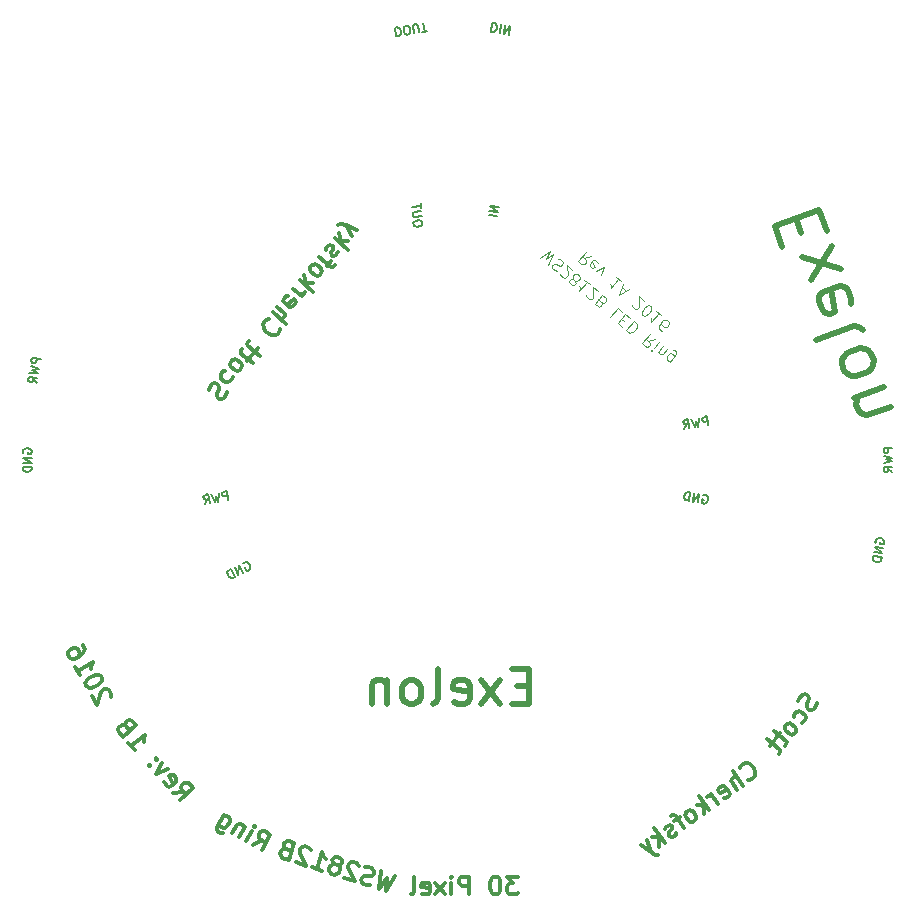
<source format=gbo>
G04 #@! TF.FileFunction,Legend,Bot*
%FSLAX46Y46*%
G04 Gerber Fmt 4.6, Leading zero omitted, Abs format (unit mm)*
G04 Created by KiCad (PCBNEW 4.0.1-stable) date 2/5/2016 11:19:16 AM*
%MOMM*%
G01*
G04 APERTURE LIST*
%ADD10C,0.100000*%
%ADD11C,0.500000*%
%ADD12C,0.300000*%
%ADD13C,0.150000*%
G04 APERTURE END LIST*
D10*
D11*
X180002195Y-75044728D02*
X180458222Y-76297651D01*
X182622542Y-76118005D02*
X181971075Y-74328114D01*
X178212305Y-75696195D01*
X178863772Y-77486086D01*
X183078569Y-77370929D02*
X181289335Y-80251863D01*
X180572722Y-78282983D02*
X183795183Y-79339809D01*
X184658541Y-82268780D02*
X184707236Y-81845655D01*
X184446649Y-81129699D01*
X184137367Y-80836868D01*
X183714242Y-80788172D01*
X182282330Y-81309346D01*
X181989498Y-81618628D01*
X181940802Y-82041753D01*
X182201389Y-82757709D01*
X182510671Y-83050540D01*
X182933797Y-83099237D01*
X183291775Y-82968943D01*
X182998285Y-81048759D01*
X185684437Y-84530492D02*
X185375154Y-84237659D01*
X184952029Y-84188964D01*
X181730226Y-85361605D01*
X186401050Y-86499371D02*
X186091768Y-86206539D01*
X185847631Y-86092697D01*
X185424507Y-86044002D01*
X184350573Y-86434882D01*
X184057741Y-86744164D01*
X183943898Y-86988300D01*
X183895203Y-87411425D01*
X184090643Y-87948392D01*
X184399925Y-88241223D01*
X184644062Y-88355066D01*
X185067186Y-88403761D01*
X186141120Y-88012881D01*
X186433952Y-87703599D01*
X186547794Y-87459462D01*
X186596490Y-87036338D01*
X186401050Y-86499371D01*
X184937550Y-90275250D02*
X187443397Y-89363196D01*
X185295529Y-90144957D02*
X185181686Y-90389092D01*
X185132990Y-90812218D01*
X185328430Y-91349184D01*
X185637712Y-91642016D01*
X186060838Y-91690712D01*
X188029718Y-90974098D01*
D12*
X122013374Y-115537636D02*
X122039519Y-115440063D01*
X122029949Y-115280630D01*
X121851378Y-114971335D01*
X121718090Y-114883332D01*
X121620516Y-114857187D01*
X121461084Y-114866757D01*
X121337367Y-114938186D01*
X121187504Y-115107187D01*
X120873768Y-116278066D01*
X120409483Y-115473900D01*
X121244235Y-113919734D02*
X121172807Y-113796016D01*
X121039519Y-113708013D01*
X120941945Y-113681868D01*
X120782513Y-113691437D01*
X120499363Y-113772436D01*
X120190068Y-113951007D01*
X119978347Y-114155723D01*
X119890344Y-114289010D01*
X119864199Y-114386584D01*
X119873769Y-114546016D01*
X119945197Y-114669734D01*
X120078484Y-114757738D01*
X120176058Y-114783882D01*
X120335490Y-114774312D01*
X120618640Y-114693315D01*
X120927935Y-114514743D01*
X121139656Y-114310027D01*
X121227660Y-114176740D01*
X121253805Y-114079166D01*
X121244235Y-113919734D01*
X118980912Y-112999542D02*
X119409483Y-113741850D01*
X119195197Y-113370696D02*
X120494235Y-112620696D01*
X120380087Y-112851556D01*
X120327798Y-113046704D01*
X120337367Y-113206136D01*
X119637093Y-111136081D02*
X119779950Y-111383517D01*
X119789519Y-111542949D01*
X119763374Y-111640523D01*
X119649226Y-111871383D01*
X119437505Y-112076100D01*
X118942633Y-112361814D01*
X118783201Y-112371383D01*
X118685628Y-112345239D01*
X118552340Y-112257235D01*
X118409483Y-112009799D01*
X118399913Y-111850367D01*
X118426058Y-111752793D01*
X118514062Y-111619507D01*
X118823357Y-111440935D01*
X118982789Y-111431365D01*
X119080362Y-111457510D01*
X119213649Y-111545514D01*
X119356506Y-111792949D01*
X119366076Y-111952382D01*
X119339932Y-112049955D01*
X119251928Y-112183243D01*
X175985502Y-122569437D02*
X176085274Y-122585240D01*
X176300620Y-122517072D01*
X176416193Y-122433103D01*
X176547569Y-122249363D01*
X176579174Y-122049819D01*
X176552992Y-121892261D01*
X176442840Y-121619128D01*
X176316886Y-121445768D01*
X176091160Y-121256604D01*
X175949404Y-121183015D01*
X175749860Y-121151411D01*
X175534515Y-121219577D01*
X175418942Y-121303547D01*
X175287566Y-121487288D01*
X175271763Y-121587060D01*
X175549389Y-123062873D02*
X174667711Y-121849348D01*
X175029307Y-123440735D02*
X174567476Y-122805079D01*
X174541294Y-122647520D01*
X174614883Y-122505764D01*
X174788243Y-122379810D01*
X174945802Y-122353628D01*
X175045574Y-122369431D01*
X173947158Y-124138672D02*
X174104716Y-124112489D01*
X174335863Y-123944551D01*
X174409453Y-123802795D01*
X174383271Y-123645237D01*
X174047393Y-123182941D01*
X173905637Y-123109352D01*
X173748078Y-123135534D01*
X173516931Y-123303472D01*
X173443342Y-123445229D01*
X173469524Y-123602788D01*
X173553493Y-123718361D01*
X174215332Y-123414088D01*
X173411273Y-124616305D02*
X172823487Y-123807288D01*
X172991427Y-124038437D02*
X172849671Y-123964847D01*
X172749899Y-123949045D01*
X172592340Y-123975227D01*
X172476766Y-124059196D01*
X172660043Y-125162106D02*
X171778365Y-123948580D01*
X172208592Y-124783780D02*
X172197748Y-125497983D01*
X171609963Y-124688966D02*
X172408135Y-124815385D01*
X171504304Y-126001799D02*
X171577894Y-125860043D01*
X171593696Y-125760271D01*
X171567514Y-125602713D01*
X171315606Y-125255992D01*
X171173850Y-125182403D01*
X171074078Y-125166600D01*
X170916519Y-125192782D01*
X170743159Y-125318736D01*
X170669570Y-125460492D01*
X170653767Y-125560265D01*
X170679949Y-125717823D01*
X170931857Y-126064544D01*
X171073614Y-126138133D01*
X171173386Y-126153936D01*
X171330944Y-126127753D01*
X171504304Y-126001799D01*
X170165289Y-125738583D02*
X169702993Y-126074460D01*
X170579713Y-126673554D02*
X169823990Y-125633389D01*
X169682234Y-125559800D01*
X169524674Y-125585982D01*
X169409101Y-125669952D01*
X169902073Y-127077598D02*
X169828484Y-127219354D01*
X169597335Y-127387293D01*
X169439777Y-127413476D01*
X169298021Y-127339887D01*
X169256037Y-127282099D01*
X169229854Y-127124541D01*
X169303443Y-126982785D01*
X169476804Y-126856831D01*
X169550393Y-126715075D01*
X169524211Y-126557516D01*
X169482226Y-126499729D01*
X169340470Y-126426140D01*
X169182911Y-126452322D01*
X169009550Y-126578276D01*
X168935961Y-126720033D01*
X168903892Y-127891109D02*
X168022214Y-126677584D01*
X168452441Y-127512784D02*
X168441597Y-128226986D01*
X167853812Y-127417969D02*
X168651984Y-127544388D01*
X167449302Y-127711862D02*
X167748153Y-128730803D01*
X166871434Y-128131709D02*
X167748153Y-128730803D01*
X168073651Y-128935768D01*
X168173422Y-128951571D01*
X168330980Y-128925388D01*
X181813553Y-116089338D02*
X181737911Y-116302173D01*
X181518032Y-116583605D01*
X181373794Y-116652203D01*
X181273531Y-116664514D01*
X181116983Y-116632848D01*
X181004410Y-116544897D01*
X180935813Y-116400659D01*
X180923502Y-116300396D01*
X180955168Y-116143848D01*
X181074784Y-115874726D01*
X181106450Y-115718177D01*
X181094139Y-115617915D01*
X181025542Y-115473676D01*
X180912969Y-115385725D01*
X180756420Y-115354060D01*
X180656158Y-115366370D01*
X180511919Y-115434968D01*
X180292040Y-115716399D01*
X180216400Y-115929235D01*
X180494278Y-117777932D02*
X180638516Y-117709335D01*
X180814419Y-117484189D01*
X180846085Y-117327640D01*
X180833774Y-117227378D01*
X180765177Y-117083140D01*
X180427458Y-116819285D01*
X180270909Y-116787620D01*
X180170647Y-116799930D01*
X180026408Y-116868528D01*
X179850505Y-117093673D01*
X179818840Y-117250222D01*
X180022854Y-118497346D02*
X180054520Y-118340796D01*
X180042209Y-118240534D01*
X179973612Y-118096296D01*
X179635894Y-117832441D01*
X179479345Y-117800777D01*
X179379083Y-117813087D01*
X179234844Y-117881684D01*
X179102917Y-118050543D01*
X179071252Y-118207092D01*
X179083563Y-118307355D01*
X179152159Y-118451593D01*
X179489878Y-118715448D01*
X179646427Y-118747113D01*
X179746690Y-118734802D01*
X179890927Y-118666204D01*
X180022854Y-118497346D01*
X178663158Y-118613408D02*
X178311351Y-119063700D01*
X178137225Y-118474437D02*
X179150382Y-119266002D01*
X179218980Y-119410240D01*
X179187314Y-119566789D01*
X179099362Y-119679362D01*
X178135448Y-119288846D02*
X177783641Y-119739138D01*
X177609515Y-119149875D02*
X178622672Y-119941440D01*
X178691270Y-120085678D01*
X178659604Y-120242227D01*
X178571652Y-120354800D01*
X127298705Y-123679650D02*
X128164087Y-123573272D01*
X127872245Y-124316631D02*
X128986962Y-123312935D01*
X128604603Y-122888282D01*
X128455930Y-122829913D01*
X128355053Y-122824627D01*
X128201094Y-122867135D01*
X128041849Y-123010519D01*
X127983481Y-123159192D01*
X127978194Y-123260068D01*
X128020702Y-123414027D01*
X128403062Y-123838681D01*
X126539271Y-122729466D02*
X126581779Y-122883424D01*
X126772959Y-123095751D01*
X126921631Y-123154119D01*
X127075589Y-123111611D01*
X127500244Y-122729251D01*
X127558612Y-122580579D01*
X127516104Y-122426620D01*
X127324924Y-122214293D01*
X127176252Y-122155925D01*
X127022293Y-122198433D01*
X126916130Y-122294023D01*
X127287917Y-122920431D01*
X126846974Y-121683475D02*
X125864853Y-122087197D01*
X126369024Y-121152658D01*
X125349682Y-121301544D02*
X125248805Y-121296258D01*
X125243518Y-121397134D01*
X125344395Y-121402421D01*
X125349682Y-121301544D01*
X125243518Y-121397134D01*
X125933581Y-120775799D02*
X125832704Y-120770513D01*
X125827417Y-120871389D01*
X125928294Y-120876676D01*
X125933581Y-120775799D01*
X125827417Y-120871389D01*
X123475102Y-119433108D02*
X124048642Y-120070090D01*
X123761872Y-119751599D02*
X124876589Y-118747903D01*
X124812933Y-118997452D01*
X124802361Y-119199206D01*
X124844868Y-119353165D01*
X123294280Y-118058055D02*
X123097813Y-117946605D01*
X122996937Y-117941318D01*
X122842978Y-117983826D01*
X122683733Y-118127211D01*
X122625364Y-118275883D01*
X122620077Y-118376760D01*
X122662586Y-118530719D01*
X123044946Y-118955373D01*
X124159664Y-117951677D01*
X123825098Y-117580104D01*
X123676426Y-117521736D01*
X123575549Y-117516449D01*
X123421591Y-117558958D01*
X123315427Y-117654548D01*
X123257058Y-117803219D01*
X123251772Y-117904097D01*
X123294280Y-118058055D01*
X123628846Y-118429627D01*
X134033246Y-128082660D02*
X134823401Y-127714071D01*
X134775554Y-128511231D02*
X135525554Y-127212193D01*
X135030683Y-126926479D01*
X134871250Y-126916909D01*
X134773677Y-126943055D01*
X134640389Y-127031058D01*
X134533246Y-127216634D01*
X134523677Y-127376067D01*
X134549821Y-127473640D01*
X134637825Y-127606928D01*
X135132696Y-127892642D01*
X133476516Y-127761231D02*
X133976516Y-126895206D01*
X134226516Y-126462193D02*
X134252661Y-126559767D01*
X134155087Y-126585912D01*
X134128943Y-126488338D01*
X134226516Y-126462193D01*
X134155087Y-126585912D01*
X133357926Y-126538063D02*
X132857926Y-127404088D01*
X133286497Y-126661781D02*
X133260353Y-126564208D01*
X133172349Y-126430920D01*
X132986773Y-126323777D01*
X132827340Y-126314208D01*
X132694052Y-126402211D01*
X132301195Y-127082660D01*
X131625875Y-125538063D02*
X131018732Y-126589665D01*
X131009163Y-126749098D01*
X131035307Y-126846671D01*
X131123311Y-126979958D01*
X131308888Y-127087101D01*
X131468320Y-127096671D01*
X131161589Y-126342230D02*
X131249593Y-126475517D01*
X131497029Y-126618374D01*
X131656461Y-126627944D01*
X131754034Y-126601799D01*
X131887322Y-126513796D01*
X132101607Y-126142642D01*
X132111177Y-125983210D01*
X132085033Y-125885637D01*
X131997029Y-125752348D01*
X131749593Y-125609491D01*
X131590161Y-125599922D01*
X146105150Y-130712823D02*
X145301961Y-132029044D01*
X145361321Y-130921765D01*
X144758501Y-131852463D01*
X144882363Y-130315515D01*
X143965382Y-131519659D02*
X143739512Y-131521374D01*
X143399848Y-131411010D01*
X143286056Y-131298933D01*
X143240196Y-131208927D01*
X143216409Y-131050990D01*
X143260554Y-130915125D01*
X143372631Y-130801332D01*
X143462637Y-130755472D01*
X143620575Y-130731685D01*
X143914378Y-130752042D01*
X144072316Y-130728256D01*
X144162321Y-130682395D01*
X144274399Y-130568603D01*
X144318544Y-130432738D01*
X144294757Y-130274800D01*
X144248897Y-130184795D01*
X144135104Y-130072716D01*
X143795442Y-129962353D01*
X143569571Y-129964068D01*
X143004038Y-129855420D02*
X142958178Y-129765414D01*
X142844385Y-129653336D01*
X142504722Y-129542973D01*
X142346784Y-129566761D01*
X142256779Y-129612621D01*
X142144701Y-129726413D01*
X142100556Y-129862278D01*
X142102270Y-130088149D01*
X142652590Y-131168211D01*
X141769467Y-130881267D01*
X141219147Y-129801205D02*
X141377085Y-129777417D01*
X141467090Y-129731557D01*
X141579168Y-129617764D01*
X141601241Y-129549832D01*
X141577453Y-129391895D01*
X141531594Y-129301889D01*
X141417801Y-129189811D01*
X141146070Y-129101520D01*
X140988133Y-129125308D01*
X140898127Y-129171168D01*
X140786049Y-129284961D01*
X140763977Y-129352893D01*
X140787764Y-129510830D01*
X140833624Y-129600836D01*
X140947416Y-129712914D01*
X141219147Y-129801205D01*
X141332940Y-129913282D01*
X141378799Y-130003288D01*
X141402587Y-130161226D01*
X141314297Y-130432956D01*
X141202218Y-130546748D01*
X141112214Y-130592609D01*
X140954275Y-130616395D01*
X140682545Y-130528105D01*
X140568752Y-130416028D01*
X140522892Y-130326022D01*
X140499105Y-130168084D01*
X140587396Y-129896354D01*
X140699473Y-129782561D01*
X140789479Y-129736701D01*
X140947416Y-129712914D01*
X139052163Y-129998362D02*
X139867354Y-130263233D01*
X139459758Y-130130797D02*
X139923284Y-128704213D01*
X139992931Y-128952156D01*
X140084652Y-129132167D01*
X140198444Y-129244245D01*
X138928083Y-128531062D02*
X138882222Y-128441056D01*
X138768430Y-128328978D01*
X138428767Y-128218615D01*
X138270829Y-128242402D01*
X138180823Y-128288263D01*
X138068746Y-128402055D01*
X138024601Y-128537920D01*
X138026315Y-128763791D01*
X138576635Y-129843853D01*
X137693511Y-129556909D01*
X136849389Y-128456488D02*
X136623518Y-128458203D01*
X136533513Y-128504063D01*
X136421435Y-128617855D01*
X136355217Y-128821653D01*
X136379005Y-128979591D01*
X136424864Y-129069597D01*
X136538658Y-129181674D01*
X137082118Y-129358255D01*
X137545643Y-127931670D01*
X137070115Y-127777162D01*
X136912177Y-127800950D01*
X136822172Y-127846810D01*
X136710094Y-127960603D01*
X136665949Y-128096468D01*
X136689736Y-128254405D01*
X136735596Y-128344411D01*
X136849389Y-128456488D01*
X137324917Y-128610997D01*
X156495713Y-130778571D02*
X155567142Y-130778571D01*
X156067142Y-131350000D01*
X155852856Y-131350000D01*
X155709999Y-131421429D01*
X155638570Y-131492857D01*
X155567142Y-131635714D01*
X155567142Y-131992857D01*
X155638570Y-132135714D01*
X155709999Y-132207143D01*
X155852856Y-132278571D01*
X156281428Y-132278571D01*
X156424285Y-132207143D01*
X156495713Y-132135714D01*
X154638571Y-130778571D02*
X154495714Y-130778571D01*
X154352857Y-130850000D01*
X154281428Y-130921429D01*
X154209999Y-131064286D01*
X154138571Y-131350000D01*
X154138571Y-131707143D01*
X154209999Y-131992857D01*
X154281428Y-132135714D01*
X154352857Y-132207143D01*
X154495714Y-132278571D01*
X154638571Y-132278571D01*
X154781428Y-132207143D01*
X154852857Y-132135714D01*
X154924285Y-131992857D01*
X154995714Y-131707143D01*
X154995714Y-131350000D01*
X154924285Y-131064286D01*
X154852857Y-130921429D01*
X154781428Y-130850000D01*
X154638571Y-130778571D01*
X152352857Y-132278571D02*
X152352857Y-130778571D01*
X151781429Y-130778571D01*
X151638571Y-130850000D01*
X151567143Y-130921429D01*
X151495714Y-131064286D01*
X151495714Y-131278571D01*
X151567143Y-131421429D01*
X151638571Y-131492857D01*
X151781429Y-131564286D01*
X152352857Y-131564286D01*
X150852857Y-132278571D02*
X150852857Y-131278571D01*
X150852857Y-130778571D02*
X150924286Y-130850000D01*
X150852857Y-130921429D01*
X150781429Y-130850000D01*
X150852857Y-130778571D01*
X150852857Y-130921429D01*
X150281428Y-132278571D02*
X149495714Y-131278571D01*
X150281428Y-131278571D02*
X149495714Y-132278571D01*
X148352857Y-132207143D02*
X148495714Y-132278571D01*
X148781428Y-132278571D01*
X148924285Y-132207143D01*
X148995714Y-132064286D01*
X148995714Y-131492857D01*
X148924285Y-131350000D01*
X148781428Y-131278571D01*
X148495714Y-131278571D01*
X148352857Y-131350000D01*
X148281428Y-131492857D01*
X148281428Y-131635714D01*
X148995714Y-131778571D01*
X147424285Y-132278571D02*
X147567143Y-132207143D01*
X147638571Y-132064286D01*
X147638571Y-130778571D01*
D13*
X146062488Y-58906030D02*
X146192724Y-59644635D01*
X146368583Y-59613627D01*
X146467897Y-59559850D01*
X146525836Y-59477103D01*
X146548605Y-59400558D01*
X146558970Y-59253670D01*
X146540365Y-59148155D01*
X146480387Y-59013670D01*
X146432811Y-58949528D01*
X146350064Y-58891588D01*
X146238347Y-58875021D01*
X146062488Y-58906030D01*
X147072018Y-59489592D02*
X147212704Y-59464785D01*
X147276846Y-59417211D01*
X147334786Y-59334463D01*
X147345151Y-59187575D01*
X147301739Y-58941373D01*
X147241760Y-58806888D01*
X147159013Y-58748949D01*
X147082468Y-58726180D01*
X146941782Y-58750986D01*
X146877640Y-58798562D01*
X146819699Y-58881309D01*
X146809335Y-59028197D01*
X146852747Y-59274399D01*
X146912725Y-59408884D01*
X146995472Y-59466824D01*
X147072018Y-59489592D01*
X147705107Y-59377961D02*
X147599678Y-58780042D01*
X147622447Y-58703498D01*
X147651417Y-58662125D01*
X147715559Y-58614549D01*
X147856246Y-58589742D01*
X147932790Y-58612511D01*
X147974164Y-58641480D01*
X148021739Y-58705622D01*
X148127168Y-59303541D01*
X148373370Y-59260129D02*
X148795430Y-59185708D01*
X148454164Y-58484313D02*
X148584400Y-59222918D01*
X154322725Y-58492532D02*
X154192489Y-59231137D01*
X154368348Y-59262146D01*
X154480065Y-59245580D01*
X154562811Y-59187639D01*
X154610387Y-59123498D01*
X154670365Y-58989013D01*
X154688970Y-58883498D01*
X154678606Y-58736610D01*
X154655837Y-58660064D01*
X154597897Y-58577318D01*
X154498584Y-58523540D01*
X154322725Y-58492532D01*
X155061331Y-58622768D02*
X154931095Y-59361373D01*
X155413048Y-58684785D02*
X155282812Y-59423391D01*
X155835109Y-58759206D01*
X155704873Y-59497811D01*
X116077780Y-86984109D02*
X115339174Y-86853873D01*
X115289560Y-87135247D01*
X115312328Y-87211791D01*
X115341298Y-87253165D01*
X115405440Y-87300740D01*
X115510955Y-87319346D01*
X115587500Y-87296578D01*
X115628874Y-87267607D01*
X115676449Y-87203466D01*
X115726062Y-86922091D01*
X115221341Y-87522135D02*
X115928938Y-87828230D01*
X115376555Y-87875890D01*
X115879324Y-88109604D01*
X115109710Y-88155226D01*
X115724281Y-88988897D02*
X115415976Y-88680677D01*
X115798702Y-88566836D02*
X115060096Y-88436599D01*
X115010483Y-88717974D01*
X115033251Y-88794518D01*
X115062220Y-88835892D01*
X115126362Y-88883467D01*
X115231878Y-88902072D01*
X115308422Y-88879304D01*
X115349796Y-88850334D01*
X115397371Y-88786193D01*
X115446985Y-88504818D01*
X114585000Y-94938572D02*
X114549286Y-94867143D01*
X114549286Y-94760000D01*
X114585000Y-94652857D01*
X114656429Y-94581429D01*
X114727857Y-94545714D01*
X114870714Y-94510000D01*
X114977857Y-94510000D01*
X115120714Y-94545714D01*
X115192143Y-94581429D01*
X115263571Y-94652857D01*
X115299286Y-94760000D01*
X115299286Y-94831429D01*
X115263571Y-94938572D01*
X115227857Y-94974286D01*
X114977857Y-94974286D01*
X114977857Y-94831429D01*
X115299286Y-95295714D02*
X114549286Y-95295714D01*
X115299286Y-95724286D01*
X114549286Y-95724286D01*
X115299286Y-96081428D02*
X114549286Y-96081428D01*
X114549286Y-96260000D01*
X114585000Y-96367143D01*
X114656429Y-96438571D01*
X114727857Y-96474286D01*
X114870714Y-96510000D01*
X114977857Y-96510000D01*
X115120714Y-96474286D01*
X115192143Y-96438571D01*
X115263571Y-96367143D01*
X115299286Y-96260000D01*
X115299286Y-96081428D01*
X186769925Y-102502135D02*
X186747157Y-102425590D01*
X186765762Y-102320074D01*
X186819538Y-102220761D01*
X186902286Y-102162822D01*
X186978830Y-102140052D01*
X187125719Y-102129688D01*
X187231234Y-102148293D01*
X187365719Y-102208271D01*
X187429861Y-102255847D01*
X187487800Y-102338593D01*
X187504368Y-102450311D01*
X187491964Y-102520654D01*
X187438187Y-102619968D01*
X187396813Y-102648938D01*
X187150611Y-102605526D01*
X187175418Y-102464839D01*
X187411342Y-102977886D02*
X186672736Y-102847650D01*
X187336921Y-103399947D01*
X186598315Y-103269711D01*
X187274904Y-103751663D02*
X186536298Y-103621427D01*
X186505290Y-103797286D01*
X186521856Y-103909003D01*
X186579796Y-103991749D01*
X186643937Y-104039325D01*
X186778422Y-104099303D01*
X186883938Y-104117909D01*
X187030826Y-104107544D01*
X187107372Y-104084775D01*
X187190118Y-104026836D01*
X187243895Y-103927522D01*
X187274904Y-103751663D01*
X188189286Y-94450000D02*
X187439286Y-94450000D01*
X187439286Y-94735715D01*
X187475000Y-94807143D01*
X187510714Y-94842858D01*
X187582143Y-94878572D01*
X187689286Y-94878572D01*
X187760714Y-94842858D01*
X187796429Y-94807143D01*
X187832143Y-94735715D01*
X187832143Y-94450000D01*
X187439286Y-95128572D02*
X188189286Y-95307143D01*
X187653571Y-95450000D01*
X188189286Y-95592858D01*
X187439286Y-95771429D01*
X188189286Y-96485715D02*
X187832143Y-96235715D01*
X188189286Y-96057143D02*
X187439286Y-96057143D01*
X187439286Y-96342858D01*
X187475000Y-96414286D01*
X187510714Y-96450001D01*
X187582143Y-96485715D01*
X187689286Y-96485715D01*
X187760714Y-96450001D01*
X187796429Y-96414286D01*
X187832143Y-96342858D01*
X187832143Y-96057143D01*
D10*
X162641889Y-78246392D02*
X162080451Y-78396912D01*
X162204149Y-77879084D02*
X161561362Y-78645129D01*
X161853189Y-78890001D01*
X161956754Y-78914740D01*
X162023841Y-78908871D01*
X162121537Y-78866523D01*
X162213364Y-78757088D01*
X162238104Y-78653523D01*
X162232234Y-78586436D01*
X162189887Y-78488740D01*
X161898060Y-78243868D01*
X163231412Y-78803222D02*
X163189064Y-78705526D01*
X163043150Y-78583090D01*
X162939585Y-78558350D01*
X162841889Y-78600698D01*
X162597017Y-78892525D01*
X162572277Y-78996090D01*
X162614625Y-79093786D01*
X162760539Y-79216223D01*
X162864104Y-79240962D01*
X162961800Y-79198615D01*
X163023019Y-79125657D01*
X162719453Y-78746611D01*
X163125322Y-79522312D02*
X163736238Y-79164660D01*
X163490105Y-79828401D01*
X165195371Y-80389018D02*
X164757631Y-80021710D01*
X164976501Y-80205364D02*
X164333713Y-80971408D01*
X164352583Y-80800755D01*
X164340845Y-80666581D01*
X164298497Y-80568885D01*
X165303544Y-80852759D02*
X165668328Y-81158848D01*
X165414241Y-80572671D02*
X165026801Y-81552978D01*
X165924938Y-81001196D01*
X166145890Y-82367681D02*
X166151760Y-82434768D01*
X166194107Y-82532464D01*
X166376500Y-82685509D01*
X166480065Y-82710249D01*
X166547152Y-82704379D01*
X166644848Y-82662032D01*
X166706066Y-82589075D01*
X166761414Y-82449032D01*
X166690982Y-81643984D01*
X167165200Y-82041900D01*
X166996630Y-83205861D02*
X167069587Y-83267079D01*
X167173153Y-83291819D01*
X167240240Y-83285949D01*
X167337936Y-83243602D01*
X167496850Y-83128297D01*
X167649895Y-82945905D01*
X167735853Y-82769383D01*
X167760592Y-82665818D01*
X167754723Y-82598731D01*
X167712375Y-82501035D01*
X167639418Y-82439816D01*
X167535852Y-82415077D01*
X167468765Y-82420946D01*
X167371069Y-82463294D01*
X167212155Y-82578598D01*
X167059110Y-82760990D01*
X166973153Y-82937512D01*
X166948413Y-83041077D01*
X166954282Y-83108165D01*
X166996630Y-83205861D01*
X168624333Y-83266258D02*
X168186593Y-82898950D01*
X168405462Y-83082604D02*
X167762675Y-83848648D01*
X167781545Y-83677996D01*
X167769806Y-83543821D01*
X167727458Y-83446125D01*
X168638155Y-84583263D02*
X168492241Y-84460827D01*
X168449893Y-84363131D01*
X168444024Y-84296044D01*
X168462894Y-84125391D01*
X168548851Y-83948869D01*
X168793723Y-83657042D01*
X168891419Y-83614695D01*
X168958506Y-83608825D01*
X169062072Y-83633565D01*
X169207986Y-83756001D01*
X169250333Y-83853697D01*
X169256203Y-83920784D01*
X169231463Y-84024350D01*
X169078419Y-84206741D01*
X168980722Y-84249089D01*
X168913635Y-84254959D01*
X168810069Y-84230219D01*
X168664155Y-84107783D01*
X168621808Y-84010087D01*
X168615938Y-83943000D01*
X168640679Y-83839433D01*
X158370968Y-78414074D02*
X159196147Y-77801074D01*
X158882927Y-78470685D01*
X159487974Y-78045945D01*
X159027578Y-78965034D01*
X159895105Y-78449731D02*
X160035148Y-78505079D01*
X160217540Y-78658124D01*
X160259888Y-78755820D01*
X160265757Y-78822907D01*
X160241018Y-78926473D01*
X160179800Y-78999429D01*
X160082104Y-79041777D01*
X160015017Y-79047646D01*
X159911451Y-79022908D01*
X159734928Y-78936950D01*
X159631363Y-78912210D01*
X159564275Y-78918080D01*
X159466579Y-78960427D01*
X159405362Y-79033384D01*
X159380622Y-79136949D01*
X159386491Y-79204036D01*
X159428839Y-79301732D01*
X159611231Y-79454778D01*
X159751275Y-79510126D01*
X160073710Y-79718519D02*
X160079579Y-79785606D01*
X160121927Y-79883302D01*
X160304319Y-80036347D01*
X160407884Y-80061087D01*
X160474972Y-80055218D01*
X160572668Y-80012870D01*
X160633886Y-79939913D01*
X160689234Y-79799870D01*
X160618801Y-78994822D01*
X161093020Y-79392739D01*
X161163451Y-80197785D02*
X161059886Y-80173046D01*
X160992799Y-80178915D01*
X160895103Y-80221263D01*
X160864494Y-80257741D01*
X160839754Y-80361307D01*
X160845624Y-80428394D01*
X160887971Y-80526090D01*
X161033885Y-80648526D01*
X161137451Y-80673266D01*
X161204538Y-80667396D01*
X161302234Y-80625049D01*
X161332843Y-80588570D01*
X161357582Y-80485005D01*
X161351713Y-80417918D01*
X161309365Y-80320222D01*
X161163451Y-80197785D01*
X161121104Y-80100089D01*
X161115234Y-80033002D01*
X161139975Y-79929436D01*
X161262410Y-79783523D01*
X161360106Y-79741175D01*
X161427194Y-79735306D01*
X161530759Y-79760045D01*
X161676673Y-79882482D01*
X161719020Y-79980178D01*
X161724890Y-80047265D01*
X161700150Y-80150830D01*
X161577715Y-80296743D01*
X161480018Y-80339092D01*
X161412931Y-80344961D01*
X161309365Y-80320222D01*
X162552152Y-80617096D02*
X162114412Y-80249788D01*
X162333282Y-80433442D02*
X161690494Y-81199486D01*
X161709364Y-81028834D01*
X161697626Y-80894659D01*
X161655278Y-80796963D01*
X162262408Y-81555055D02*
X162268278Y-81622142D01*
X162310625Y-81719838D01*
X162493018Y-81872883D01*
X162596583Y-81897623D01*
X162663670Y-81891754D01*
X162761366Y-81849406D01*
X162822584Y-81776449D01*
X162877932Y-81636406D01*
X162807500Y-80831358D01*
X163281718Y-81229275D01*
X163528673Y-82120279D02*
X163668716Y-82175628D01*
X163735804Y-82169758D01*
X163833500Y-82127410D01*
X163925327Y-82017975D01*
X163950067Y-81914410D01*
X163944197Y-81847323D01*
X163901850Y-81749627D01*
X163610023Y-81504755D01*
X162967235Y-82270799D01*
X163222584Y-82485062D01*
X163326149Y-82509802D01*
X163393236Y-82503932D01*
X163490932Y-82461585D01*
X163552150Y-82388628D01*
X163576890Y-82285063D01*
X163571020Y-82217976D01*
X163528673Y-82120279D01*
X163273324Y-81906017D01*
X165324504Y-82943375D02*
X164959720Y-82637285D01*
X164316933Y-83403330D01*
X165243153Y-83558899D02*
X165498502Y-83773162D01*
X165944635Y-83463727D02*
X165579852Y-83157637D01*
X164937064Y-83923682D01*
X165301847Y-84229772D01*
X166272939Y-83739207D02*
X165630152Y-84505252D01*
X165812543Y-84658296D01*
X165952588Y-84713645D01*
X166086762Y-84701907D01*
X166184458Y-84659559D01*
X166343372Y-84544255D01*
X166435199Y-84434819D01*
X166521157Y-84258297D01*
X166545896Y-84154732D01*
X166534157Y-84020557D01*
X166455331Y-83892252D01*
X166272939Y-83739207D01*
X168060377Y-85239045D02*
X167498939Y-85389566D01*
X167622637Y-84871738D02*
X166979849Y-85637782D01*
X167271676Y-85882654D01*
X167375242Y-85907394D01*
X167442329Y-85901524D01*
X167540025Y-85859177D01*
X167631852Y-85749742D01*
X167656591Y-85646177D01*
X167650722Y-85579089D01*
X167608374Y-85481393D01*
X167316547Y-85236521D01*
X168388681Y-85514526D02*
X167960156Y-86025222D01*
X167745894Y-86280570D02*
X167740024Y-86213483D01*
X167807112Y-86207613D01*
X167812981Y-86274701D01*
X167745894Y-86280570D01*
X167807112Y-86207613D01*
X168324939Y-86331311D02*
X168753464Y-85820615D01*
X168386157Y-86258355D02*
X168392026Y-86325442D01*
X168434374Y-86423138D01*
X168543809Y-86514965D01*
X168647375Y-86539705D01*
X168745071Y-86497357D01*
X169081769Y-86096095D01*
X169346332Y-87188362D02*
X169866684Y-86568230D01*
X169891423Y-86464665D01*
X169885554Y-86397578D01*
X169843206Y-86299881D01*
X169733771Y-86208054D01*
X169630205Y-86183315D01*
X169744248Y-86714143D02*
X169701901Y-86616447D01*
X169555987Y-86494011D01*
X169452421Y-86469272D01*
X169385334Y-86475141D01*
X169287638Y-86517489D01*
X169103984Y-86736359D01*
X169079245Y-86839924D01*
X169085114Y-86907012D01*
X169127462Y-87004708D01*
X169273375Y-87127144D01*
X169376941Y-87151883D01*
D12*
X130292073Y-89568289D02*
X130375096Y-89358223D01*
X130604663Y-89084636D01*
X130751207Y-89021114D01*
X130851838Y-89012310D01*
X131007186Y-89049419D01*
X131116621Y-89141246D01*
X131180143Y-89287790D01*
X131188947Y-89388421D01*
X131151837Y-89543769D01*
X131022901Y-89808552D01*
X130985791Y-89963901D01*
X130994596Y-90064532D01*
X131058117Y-90211076D01*
X131167552Y-90302903D01*
X131322900Y-90340012D01*
X131423531Y-90331208D01*
X131570076Y-90267687D01*
X131799643Y-89994100D01*
X131882665Y-89784034D01*
X131669475Y-87926765D02*
X131522931Y-87990287D01*
X131339277Y-88209156D01*
X131302167Y-88364505D01*
X131310972Y-88465136D01*
X131374493Y-88611680D01*
X131702797Y-88887160D01*
X131858146Y-88924269D01*
X131958777Y-88915466D01*
X132105322Y-88851944D01*
X132288975Y-88633074D01*
X132326084Y-88477726D01*
X132165718Y-87224242D02*
X132128608Y-87379591D01*
X132137413Y-87480222D01*
X132200934Y-87626766D01*
X132529238Y-87902246D01*
X132684587Y-87939355D01*
X132785218Y-87930552D01*
X132931763Y-87867030D01*
X133069503Y-87702878D01*
X133106612Y-87547530D01*
X133097807Y-87446898D01*
X133034286Y-87300354D01*
X132705982Y-87024873D01*
X132550633Y-86987765D01*
X132450002Y-86996569D01*
X132303458Y-87060090D01*
X132165718Y-87224242D01*
X133528637Y-87155703D02*
X133895944Y-86717963D01*
X134049399Y-87312944D02*
X133064485Y-86486503D01*
X133000963Y-86339959D01*
X133038073Y-86184610D01*
X133129900Y-86075176D01*
X134079598Y-86499094D02*
X134446905Y-86061354D01*
X134600360Y-86656335D02*
X133615445Y-85829893D01*
X133551924Y-85683349D01*
X133589034Y-85528001D01*
X133680861Y-85418566D01*
X135397265Y-83595282D02*
X135296633Y-83604086D01*
X135104176Y-83722325D01*
X135012349Y-83831760D01*
X134929326Y-84041825D01*
X134946934Y-84243087D01*
X135010455Y-84389631D01*
X135183412Y-84628003D01*
X135347564Y-84765743D01*
X135612348Y-84894679D01*
X135767696Y-84931788D01*
X135968958Y-84914180D01*
X136161416Y-84795941D01*
X136253242Y-84686507D01*
X136336265Y-84476440D01*
X136327461Y-84375809D01*
X135701050Y-83010998D02*
X136850117Y-83975179D01*
X136114271Y-82518541D02*
X136716163Y-83023588D01*
X136779684Y-83170132D01*
X136742575Y-83325481D01*
X136604835Y-83489633D01*
X136458290Y-83553155D01*
X136357659Y-83561958D01*
X136995429Y-81579540D02*
X136848885Y-81643062D01*
X136665232Y-81861931D01*
X136628122Y-82017279D01*
X136691643Y-82163823D01*
X137129383Y-82531131D01*
X137284732Y-82568240D01*
X137431276Y-82504719D01*
X137614930Y-82285849D01*
X137652038Y-82130501D01*
X137588517Y-81983956D01*
X137479083Y-81892129D01*
X136910514Y-82347478D01*
X137399846Y-80986452D02*
X138165890Y-81629239D01*
X137947020Y-81445585D02*
X138102368Y-81482695D01*
X138202999Y-81473891D01*
X138349544Y-81410370D01*
X138441371Y-81300935D01*
X137996720Y-80275125D02*
X139145787Y-81239307D01*
X138526286Y-80532997D02*
X138364027Y-79837386D01*
X139130071Y-80480174D02*
X138325024Y-80550605D01*
X138914988Y-79180776D02*
X138877878Y-79336124D01*
X138886683Y-79436755D01*
X138950204Y-79583299D01*
X139278508Y-79858780D01*
X139433857Y-79895888D01*
X139534488Y-79887085D01*
X139681033Y-79823563D01*
X139818773Y-79659411D01*
X139855881Y-79504063D01*
X139847077Y-79403431D01*
X139783556Y-79256887D01*
X139455252Y-78981407D01*
X139299903Y-78944298D01*
X139199272Y-78953102D01*
X139052728Y-79016624D01*
X138914988Y-79180776D01*
X140277907Y-79112237D02*
X140645214Y-78674497D01*
X139649603Y-78305296D02*
X140634517Y-79131737D01*
X140789865Y-79168847D01*
X140936410Y-79105325D01*
X141028236Y-78995890D01*
X140209367Y-77749318D02*
X140246477Y-77593970D01*
X140430131Y-77375099D01*
X140576674Y-77311577D01*
X140732022Y-77348687D01*
X140786740Y-77394601D01*
X140850262Y-77541145D01*
X140813153Y-77696493D01*
X140675412Y-77860646D01*
X140638303Y-78015994D01*
X140701824Y-78162538D01*
X140756542Y-78208452D01*
X140911890Y-78245561D01*
X141058435Y-78182039D01*
X141196175Y-78017887D01*
X141233284Y-77862538D01*
X140981092Y-76718490D02*
X142130158Y-77682671D01*
X141510657Y-76976362D02*
X141348398Y-76280750D01*
X142114443Y-76923538D02*
X141309396Y-76993970D01*
X142435837Y-76540515D02*
X141899360Y-75624140D01*
X142894971Y-75993341D02*
X141899360Y-75624140D01*
X141533945Y-75504008D01*
X141433314Y-75512812D01*
X141286771Y-75576334D01*
D11*
X157392857Y-114595714D02*
X156392857Y-114595714D01*
X155964286Y-116167143D02*
X157392857Y-116167143D01*
X157392857Y-113167143D01*
X155964286Y-113167143D01*
X154964286Y-116167143D02*
X153392857Y-114167143D01*
X154964286Y-114167143D02*
X153392857Y-116167143D01*
X151107143Y-116024286D02*
X151392857Y-116167143D01*
X151964286Y-116167143D01*
X152250000Y-116024286D01*
X152392857Y-115738571D01*
X152392857Y-114595714D01*
X152250000Y-114310000D01*
X151964286Y-114167143D01*
X151392857Y-114167143D01*
X151107143Y-114310000D01*
X150964286Y-114595714D01*
X150964286Y-114881429D01*
X152392857Y-115167143D01*
X149250000Y-116167143D02*
X149535714Y-116024286D01*
X149678571Y-115738571D01*
X149678571Y-113167143D01*
X147678571Y-116167143D02*
X147964285Y-116024286D01*
X148107142Y-115881429D01*
X148249999Y-115595714D01*
X148249999Y-114738571D01*
X148107142Y-114452857D01*
X147964285Y-114310000D01*
X147678571Y-114167143D01*
X147249999Y-114167143D01*
X146964285Y-114310000D01*
X146821428Y-114452857D01*
X146678571Y-114738571D01*
X146678571Y-115595714D01*
X146821428Y-115881429D01*
X146964285Y-116024286D01*
X147249999Y-116167143D01*
X147678571Y-116167143D01*
X145392856Y-114167143D02*
X145392856Y-116167143D01*
X145392856Y-114452857D02*
X145249999Y-114310000D01*
X144964285Y-114167143D01*
X144535713Y-114167143D01*
X144249999Y-114310000D01*
X144107142Y-114595714D01*
X144107142Y-116167143D01*
D13*
X133219408Y-104258639D02*
X133269051Y-104196084D01*
X133366156Y-104150803D01*
X133478354Y-104137890D01*
X133573276Y-104172440D01*
X133635832Y-104222082D01*
X133728574Y-104336461D01*
X133773854Y-104433566D01*
X133801861Y-104578131D01*
X133799679Y-104657962D01*
X133765130Y-104752884D01*
X133683119Y-104830534D01*
X133618383Y-104860721D01*
X133506184Y-104873633D01*
X133458723Y-104856358D01*
X133353068Y-104629781D01*
X133482541Y-104569407D01*
X133197598Y-105056936D02*
X132880634Y-104377206D01*
X132809179Y-105238059D01*
X132492216Y-104558328D01*
X132485499Y-105388993D02*
X132168535Y-104709263D01*
X132006694Y-104784730D01*
X131924683Y-104862379D01*
X131890134Y-104957302D01*
X131887952Y-105037132D01*
X131915958Y-105181698D01*
X131961239Y-105278802D01*
X132053981Y-105393181D01*
X132116537Y-105442824D01*
X132211459Y-105477373D01*
X132323658Y-105464461D01*
X132485499Y-105388993D01*
X131957724Y-98882483D02*
X131827488Y-98143877D01*
X131546114Y-98193491D01*
X131481972Y-98241066D01*
X131453002Y-98282439D01*
X131430234Y-98358985D01*
X131448839Y-98464500D01*
X131496414Y-98528641D01*
X131537788Y-98557612D01*
X131614333Y-98580380D01*
X131895707Y-98530766D01*
X131159225Y-98261710D02*
X131113603Y-99031325D01*
X130879890Y-98528555D01*
X130832229Y-99080939D01*
X130526134Y-98373341D01*
X129952936Y-99235982D02*
X130137121Y-98840852D01*
X130374997Y-99161561D02*
X130244761Y-98422955D01*
X129963387Y-98472569D01*
X129899246Y-98520144D01*
X129870275Y-98561517D01*
X129847507Y-98638062D01*
X129866112Y-98743578D01*
X129913687Y-98807719D01*
X129955061Y-98836689D01*
X130031606Y-98859457D01*
X130312980Y-98809844D01*
X172181865Y-98451925D02*
X172258410Y-98429157D01*
X172363926Y-98447762D01*
X172463239Y-98501538D01*
X172521178Y-98584286D01*
X172543948Y-98660830D01*
X172554312Y-98807719D01*
X172535707Y-98913234D01*
X172475729Y-99047719D01*
X172428153Y-99111861D01*
X172345407Y-99169800D01*
X172233689Y-99186368D01*
X172163346Y-99173964D01*
X172064032Y-99120187D01*
X172035062Y-99078813D01*
X172078474Y-98832611D01*
X172219161Y-98857418D01*
X171706114Y-99093342D02*
X171836350Y-98354736D01*
X171284053Y-99018921D01*
X171414289Y-98280315D01*
X170932337Y-98956904D02*
X171062573Y-98218298D01*
X170886714Y-98187290D01*
X170774997Y-98203856D01*
X170692251Y-98261796D01*
X170644675Y-98325937D01*
X170584697Y-98460422D01*
X170566091Y-98565938D01*
X170576456Y-98712826D01*
X170599225Y-98789372D01*
X170657164Y-98872118D01*
X170756478Y-98925895D01*
X170932337Y-98956904D01*
X172593166Y-92559750D02*
X172482308Y-91817988D01*
X172199732Y-91860219D01*
X172134367Y-91906099D01*
X172104323Y-91946699D01*
X172079560Y-92022623D01*
X172095396Y-92128589D01*
X172141276Y-92193953D01*
X172181877Y-92223997D01*
X172257800Y-92248761D01*
X172540376Y-92206530D01*
X171811190Y-91918287D02*
X171745438Y-92686444D01*
X171524966Y-92177729D01*
X171462861Y-92728675D01*
X171175394Y-92013308D01*
X170579811Y-92860648D02*
X170774276Y-92470475D01*
X171003676Y-92797301D02*
X170892819Y-92055539D01*
X170610242Y-92097770D01*
X170544877Y-92143650D01*
X170514833Y-92184250D01*
X170490070Y-92260174D01*
X170505906Y-92366140D01*
X170551786Y-92431504D01*
X170592388Y-92461548D01*
X170668310Y-92486312D01*
X170950887Y-92444081D01*
X153997650Y-74737972D02*
X154736255Y-74868208D01*
X154059667Y-74386255D02*
X154798273Y-74516491D01*
X154134088Y-73964194D01*
X154872693Y-74094430D01*
X148394518Y-75521349D02*
X148382067Y-75379036D01*
X148340264Y-75310992D01*
X148262881Y-75246060D01*
X148117455Y-75222933D01*
X147868406Y-75244722D01*
X147729205Y-75292751D01*
X147664275Y-75370133D01*
X147634921Y-75444402D01*
X147647372Y-75586716D01*
X147689176Y-75654760D01*
X147766558Y-75719692D01*
X147911984Y-75742819D01*
X148161033Y-75721030D01*
X148300233Y-75673001D01*
X148365165Y-75595619D01*
X148394518Y-75521349D01*
X148338489Y-74880939D02*
X147733657Y-74933855D01*
X147659388Y-74904501D01*
X147620697Y-74872036D01*
X147578892Y-74803992D01*
X147566442Y-74661678D01*
X147595795Y-74587409D01*
X147628261Y-74548718D01*
X147696304Y-74506914D01*
X148301137Y-74453998D01*
X148279348Y-74204949D02*
X148241995Y-73778009D01*
X147513526Y-74056847D02*
X148260672Y-73991480D01*
M02*

</source>
